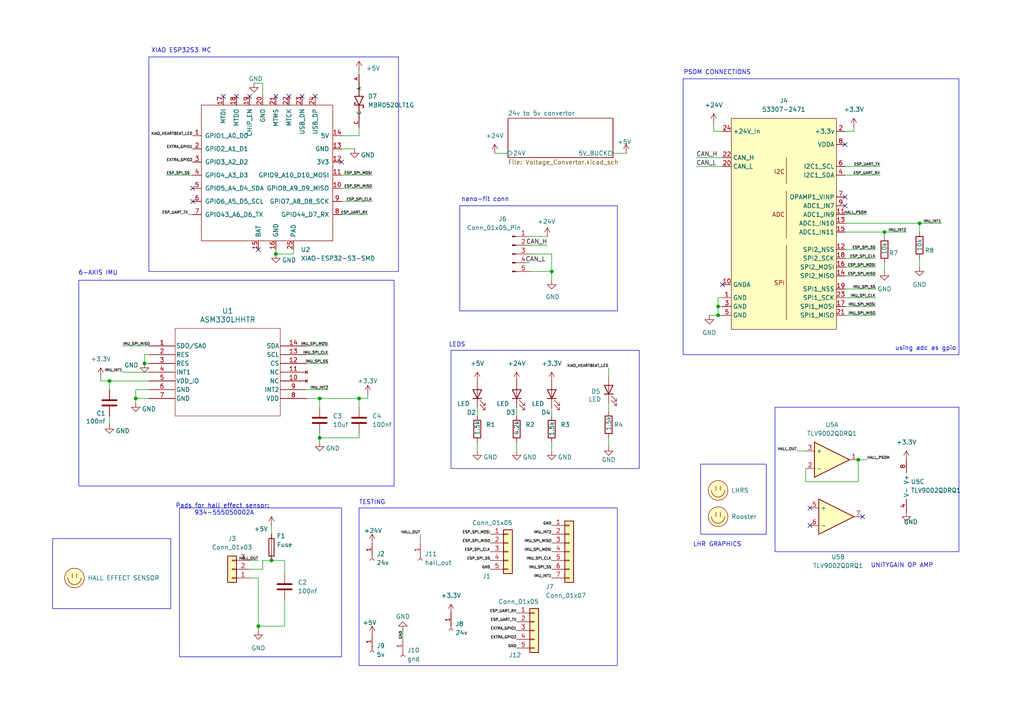
<source format=kicad_sch>
(kicad_sch (version 20250114) (generator "eeschema") (generator_version "9.0")
  (paper "A4")
  (title_block (title "Wheels Sensor Board") (date "2025-10-10"))
  (lib_symbols
    (symbol "AIMU-SM330LHHTR:ASM330LHHTR" (pin_names (offset 0.254))
      (property "Reference" "U" (at 22.86 10.16 0))
      (property "Value" "ASM330LHHTR" (at 22.86 7.62 0))
      (symbol "ASM330LHHTR_0_1"
        (polyline (pts (xy 7.62 5.08) (xy 7.62 -20.32)) (stroke (width 0.127)))
        (polyline (pts (xy 7.62 -20.32) (xy 38.1 -20.32)) (stroke (width 0.127)))
        (polyline (pts (xy 38.1 5.08) (xy 7.62 5.08)) (stroke (width 0.127)))
        (polyline (pts (xy 38.1 -20.32) (xy 38.1 5.08)) (stroke (width 0.127)))
        (pin bidirectional line (at 0 0 0) (length 7.62) (name "SDO/SA0") (number "1"))
        (pin unspecified line (at 0 -2.54 0) (length 7.62) (name "RES") (number "2"))
        (pin unspecified line (at 0 -5.08 0) (length 7.62) (name "RES") (number "3"))
        (pin input line (at 0 -7.62 0) (length 7.62) (name "INT1") (number "4"))
        (pin power_in line (at 0 -10.16 0) (length 7.62) (name "VDD_IO") (number "5"))
        (pin power_out line (at 0 -12.7 0) (length 7.62) (name "GND") (number "6"))
        (pin power_out line (at 0 -15.24 0) (length 7.62) (name "GND") (number "7"))
        (pin input line (at 45.72 0 180) (length 7.62) (name "SDA") (number "14"))
        (pin bidirectional line (at 45.72 -2.54 180) (length 7.62) (name "SCL") (number "13"))
        (pin input line (at 45.72 -5.08 180) (length 7.62) (name "CS") (number "12"))
        (pin no_connect line (at 45.72 -7.62 180) (length 7.62) (name "NC") (number "11"))
        (pin no_connect line (at 45.72 -10.16 180) (length 7.62) (name "NC") (number "10"))
        (pin input line (at 45.72 -12.7 180) (length 7.62) (name "INT2") (number "9"))
        (pin power_in line (at 45.72 -15.24 180) (length 7.62) (name "VDD") (number "8"))
      )
    )
    (symbol "Connector:Conn_01x01_Socket" (pin_names (offset 1.016) (hide yes))
      (property "Reference" "J" (at 0 2.54 0))
      (property "Value" "Conn_01x01_Socket" (at 0 -2.54 0))
      (symbol "Conn_01x01_Socket_1_1"
        (polyline (pts (xy -1.27 0) (xy -0.508 0)) (stroke (width 0.1524)))
        (arc (start 0 -0.508) (mid -0.5058 0) (end 0 0.508) (stroke (width 0.1524)))
        (pin passive line (at -5.08 0 0) (length 3.81) (name "Pin_1") (number "1"))
      )
    )
    (symbol "Connector:Conn_01x05_Pin" (pin_names (offset 1.016) (hide yes))
      (property "Reference" "J" (at 0 7.62 0))
      (property "Value" "Conn_01x05_Pin" (at 0 -7.62 0))
      (symbol "Conn_01x05_Pin_1_1"
        (rectangle (start 0.8636 5.207) (end 0 4.953) (stroke (width 0.1524)) (fill (type outline)))
        (rectangle (start 0.8636 2.667) (end 0 2.413) (stroke (width 0.1524)) (fill (type outline)))
        (rectangle (start 0.8636 0.127) (end 0 -0.127) (stroke (width 0.1524)) (fill (type outline)))
        (rectangle (start 0.8636 -2.413) (end 0 -2.667) (stroke (width 0.1524)) (fill (type outline)))
        (rectangle (start 0.8636 -4.953) (end 0 -5.207) (stroke (width 0.1524)) (fill (type outline)))
        (polyline (pts (xy 1.27 5.08) (xy 0.8636 5.08)) (stroke (width 0.1524)))
        (polyline (pts (xy 1.27 2.54) (xy 0.8636 2.54)) (stroke (width 0.1524)))
        (polyline (pts (xy 1.27 0) (xy 0.8636 0)) (stroke (width 0.1524)))
        (polyline (pts (xy 1.27 -2.54) (xy 0.8636 -2.54)) (stroke (width 0.1524)))
        (polyline (pts (xy 1.27 -5.08) (xy 0.8636 -5.08)) (stroke (width 0.1524)))
        (pin passive line (at 5.08 5.08 180) (length 3.81) (name "Pin_1") (number "1"))
        (pin passive line (at 5.08 2.54 180) (length 3.81) (name "Pin_2") (number "2"))
        (pin passive line (at 5.08 0 180) (length 3.81) (name "Pin_3") (number "3"))
        (pin passive line (at 5.08 -2.54 180) (length 3.81) (name "Pin_4") (number "4"))
        (pin passive line (at 5.08 -5.08 180) (length 3.81) (name "Pin_5") (number "5"))
      )
    )
    (symbol "Connector_Generic:Conn_01x03" (pin_names (offset 1.016) (hide yes))
      (property "Reference" "J" (at 0 5.08 0))
      (property "Value" "Conn_01x03" (at 0 -5.08 0))
      (symbol "Conn_01x03_1_1"
        (rectangle (start -1.27 3.81) (end 1.27 -3.81) (stroke (width 0.254)) (fill (type background)))
        (rectangle (start -1.27 2.667) (end 0 2.413) (stroke (width 0.1524)))
        (rectangle (start -1.27 0.127) (end 0 -0.127) (stroke (width 0.1524)))
        (rectangle (start -1.27 -2.413) (end 0 -2.667) (stroke (width 0.1524)))
        (pin passive line (at -5.08 2.54 0) (length 3.81) (name "Pin_1") (number "1"))
        (pin passive line (at -5.08 0 0) (length 3.81) (name "Pin_2") (number "2"))
        (pin passive line (at -5.08 -2.54 0) (length 3.81) (name "Pin_3") (number "3"))
      )
    )
    (symbol "Connector_Generic:Conn_01x05" (pin_names (offset 1.016) (hide yes))
      (property "Reference" "J" (at 0 7.62 0))
      (property "Value" "Conn_01x05" (at 0 -7.62 0))
      (symbol "Conn_01x05_1_1"
        (rectangle (start -1.27 6.35) (end 1.27 -6.35) (stroke (width 0.254)) (fill (type background)))
        (rectangle (start -1.27 5.207) (end 0 4.953) (stroke (width 0.1524)))
        (rectangle (start -1.27 2.667) (end 0 2.413) (stroke (width 0.1524)))
        (rectangle (start -1.27 0.127) (end 0 -0.127) (stroke (width 0.1524)))
        (rectangle (start -1.27 -2.413) (end 0 -2.667) (stroke (width 0.1524)))
        (rectangle (start -1.27 -4.953) (end 0 -5.207) (stroke (width 0.1524)))
        (pin passive line (at -5.08 5.08 0) (length 3.81) (name "Pin_1") (number "1"))
        (pin passive line (at -5.08 2.54 0) (length 3.81) (name "Pin_2") (number "2"))
        (pin passive line (at -5.08 0 0) (length 3.81) (name "Pin_3") (number "3"))
        (pin passive line (at -5.08 -2.54 0) (length 3.81) (name "Pin_4") (number "4"))
        (pin passive line (at -5.08 -5.08 0) (length 3.81) (name "Pin_5") (number "5"))
      )
    )
    (symbol "Connector_Generic:Conn_01x07" (pin_names (offset 1.016) (hide yes))
      (property "Reference" "J" (at 0 10.16 0))
      (property "Value" "Conn_01x07" (at 0 -10.16 0))
      (symbol "Conn_01x07_1_1"
        (rectangle (start -1.27 8.89) (end 1.27 -8.89) (stroke (width 0.254)) (fill (type background)))
        (rectangle (start -1.27 7.747) (end 0 7.493) (stroke (width 0.1524)))
        (rectangle (start -1.27 5.207) (end 0 4.953) (stroke (width 0.1524)))
        (rectangle (start -1.27 2.667) (end 0 2.413) (stroke (width 0.1524)))
        (rectangle (start -1.27 0.127) (end 0 -0.127) (stroke (width 0.1524)))
        (rectangle (start -1.27 -2.413) (end 0 -2.667) (stroke (width 0.1524)))
        (rectangle (start -1.27 -4.953) (end 0 -5.207) (stroke (width 0.1524)))
        (rectangle (start -1.27 -7.493) (end 0 -7.747) (stroke (width 0.1524)))
        (pin passive line (at -5.08 7.62 0) (length 3.81) (name "Pin_1") (number "1"))
        (pin passive line (at -5.08 5.08 0) (length 3.81) (name "Pin_2") (number "2"))
        (pin passive line (at -5.08 2.54 0) (length 3.81) (name "Pin_3") (number "3"))
        (pin passive line (at -5.08 0 0) (length 3.81) (name "Pin_4") (number "4"))
        (pin passive line (at -5.08 -2.54 0) (length 3.81) (name "Pin_5") (number "5"))
        (pin passive line (at -5.08 -5.08 0) (length 3.81) (name "Pin_6") (number "6"))
        (pin passive line (at -5.08 -7.62 0) (length 3.81) (name "Pin_7") (number "7"))
      )
    )
    (symbol "Device:C" (pin_numbers (hide yes)) (pin_names (offset 0.254))
      (property "Reference" "C" (at 0.635 2.54 0))
      (property "Value" "C" (at 0.635 -2.54 0))
      (symbol "C_0_1"
        (polyline (pts (xy -2.032 0.762) (xy 2.032 0.762)) (stroke (width 0.508)))
        (polyline (pts (xy -2.032 -0.762) (xy 2.032 -0.762)) (stroke (width 0.508)))
      )
      (symbol "C_1_1"
        (pin passive line (at 0 3.81 270) (length 2.794) (name "~") (number "1"))
        (pin passive line (at 0 -3.81 90) (length 2.794) (name "~") (number "2"))
      )
    )
    (symbol "Device:Fuse" (pin_numbers (hide yes)) (pin_names (offset 0))
      (property "Reference" "F" (at 2.032 0 90))
      (property "Value" "Fuse" (at -1.905 0 90))
      (symbol "Fuse_0_1"
        (rectangle (start -0.762 -2.54) (end 0.762 2.54) (stroke (width 0.254)))
        (polyline (pts (xy 0 2.54) (xy 0 -2.54)))
      )
      (symbol "Fuse_1_1"
        (pin passive line (at 0 3.81 270) (length 1.27) (name "~") (number "1"))
        (pin passive line (at 0 -3.81 90) (length 1.27) (name "~") (number "2"))
      )
    )
    (symbol "Device:LED" (pin_numbers (hide yes)) (pin_names (offset 1.016) (hide yes))
      (property "Reference" "D" (at 0 2.54 0))
      (property "Value" "LED" (at 0 -2.54 0))
      (symbol "LED_0_1"
        (polyline (pts (xy -3.048 -0.762) (xy -4.572 -2.286) (xy -3.81 -2.286) (xy -4.572 -2.286) (xy -4.572 -1.524)))
        (polyline (pts (xy -1.778 -0.762) (xy -3.302 -2.286) (xy -2.54 -2.286) (xy -3.302 -2.286) (xy -3.302 -1.524)))
        (polyline (pts (xy -1.27 0) (xy 1.27 0)))
        (polyline (pts (xy -1.27 -1.27) (xy -1.27 1.27)) (stroke (width 0.254)))
        (polyline (pts (xy 1.27 -1.27) (xy 1.27 1.27) (xy -1.27 0) (xy 1.27 -1.27)) (stroke (width 0.254)))
      )
      (symbol "LED_1_1"
        (pin passive line (at -3.81 0 0) (length 2.54) (name "K") (number "1"))
        (pin passive line (at 3.81 0 180) (length 2.54) (name "A") (number "2"))
      )
    )
    (symbol "Device:R" (pin_numbers (hide yes)) (pin_names (offset 0))
      (property "Reference" "R" (at 2.032 0 90))
      (property "Value" "R" (at 0 0 90))
      (symbol "R_0_1"
        (rectangle (start -1.016 -2.54) (end 1.016 2.54) (stroke (width 0.254)))
      )
      (symbol "R_1_1"
        (pin passive line (at 0 3.81 270) (length 1.27) (name "~") (number "1"))
        (pin passive line (at 0 -3.81 90) (length 1.27) (name "~") (number "2"))
      )
    )
    (symbol "MBR0520LT1G (diode):MBR0520LT1G" (pin_names (offset 1.016))
      (property "Reference" "D" (at -3.5571 1.9056 0))
      (property "Value" "MBR0520LT1G" (at -3.5607 -3.4335 0))
      (symbol "MBR0520LT1G_0_0"
        (polyline (pts (xy -5.08 0) (xy -1.27 0)) (stroke (width 0.254)))
        (polyline (pts (xy -1.27 1.27) (xy -1.27 -1.27)) (stroke (width 0.254)))
        (polyline (pts (xy -1.27 -1.27) (xy 1.27 0)) (stroke (width 0.254)))
        (polyline (pts (xy 0.635 -1.016) (xy 0.635 -1.27)) (stroke (width 0.254)))
        (polyline (pts (xy 1.27 1.27) (xy 1.27 -1.27)) (stroke (width 0.254)))
        (polyline (pts (xy 1.27 0) (xy -1.27 1.27)) (stroke (width 0.254)))
        (polyline (pts (xy 1.27 0) (xy 5.08 0)) (stroke (width 0.254)))
        (polyline (pts (xy 1.27 -1.27) (xy 0.635 -1.27)) (stroke (width 0.254)))
        (polyline (pts (xy 1.905 1.27) (xy 1.27 1.27)) (stroke (width 0.254)))
        (polyline (pts (xy 1.905 1.27) (xy 1.905 1.016)) (stroke (width 0.254)))
        (pin passive line (at -7.62 0 0) (length 2.54) (name "A") (number "A"))
        (pin passive line (at 7.62 0 180) (length 2.54) (name "C") (number "C"))
      )
    )
    (symbol "PeripheralSOMConnector_1"
      (property "Reference" "J" (at -14.732 -2.794 0))
      (property "Value" "53307-2471" (at 8.89 -2.794 0))
      (symbol "PeripheralSOMConnector_1_0_1"
        (polyline (pts (xy 0.762 -22.86) (xy 0.762 -15.24)))
        (polyline (pts (xy 0.762 -24.892) (xy 0.762 -38.608)))
        (polyline (pts (xy 0.762 -40.64) (xy 0.762 -62.23)))
      )
      (symbol "PeripheralSOMConnector_1_1_1"
        (rectangle (start -15.24 -3.81) (end 15.24 -65.024) (fill (type background)))
        (text "ADC" (at -1.524 -31.75 0) (effects (font (size 1.27 1.27))))
        (text "I2C" (at -1.27 -19.304 0) (effects (font (size 1.27 1.27))))
        (text "SPI" (at -1.27 -51.562 0) (effects (font (size 1.27 1.27))))
        (pin power_in line (at -17.78 -7.62 0) (length 2.54) (name "+24V_In") (number "24"))
        (pin bidirectional line (at -17.78 -15.24 0) (length 2.54) (name "CAN_H") (number "22"))
        (pin bidirectional line (at -17.78 -17.78 0) (length 2.54) (name "CAN_L") (number "20"))
        (pin no_connect line (at -17.78 -40.64 0) (length 2.54) (hide yes) (name "MNT") (number "25"))
        (pin no_connect line (at -17.78 -43.18 0) (length 2.54) (hide yes) (name "MNT") (number "26"))
        (pin no_connect line (at -17.78 -45.72 0) (length 2.54) (hide yes) (name "MNT") (number "27"))
        (pin no_connect line (at -17.78 -48.26 0) (length 2.54) (hide yes) (name "MNT") (number "28"))
        (pin power_out line (at -17.78 -52.07 0) (length 2.54) (name "GNDA") (number "10"))
        (pin power_in line (at -17.78 -55.88 0) (length 2.54) (name "GND") (number "1"))
        (pin power_in line (at -17.78 -58.42 0) (length 2.54) (name "GND") (number "3"))
        (pin power_in line (at -17.78 -60.96 0) (length 2.54) (name "GND") (number "5"))
        (pin power_out line (at 17.78 -7.62 180) (length 2.54) (name "+3.3v") (number "2"))
        (pin power_out line (at 17.78 -11.43 180) (length 2.54) (name "VDDA") (number "8"))
        (pin output line (at 17.78 -17.78 180) (length 2.54) (name "I2C1_SCL") (number "6"))
        (pin bidirectional line (at 17.78 -20.32 180) (length 2.54) (name "I2C1_SDA") (number "4"))
        (pin input line (at 17.78 -26.67 180) (length 2.54) (name "OPAMP1_VINP") (number "7"))
        (pin input line (at 17.78 -29.21 180) (length 2.54) (name "ADC1_IN7") (number "9"))
        (pin input line (at 17.78 -31.75 180) (length 2.54) (name "ADC1_IN9") (number "11"))
        (pin input line (at 17.78 -34.29 180) (length 2.54) (name "ADC1_IN10") (number "13"))
        (pin input line (at 17.78 -36.83 180) (length 2.54) (name "ADC1_IN11") (number "15"))
        (pin output line (at 17.78 -41.91 180) (length 2.54) (name "SPI2_NSS") (number "12"))
        (pin output line (at 17.78 -44.45 180) (length 2.54) (name "SPI2_SCK") (number "18"))
        (pin output line (at 17.78 -46.99 180) (length 2.54) (name "SPI2_MOSI") (number "16"))
        (pin input line (at 17.78 -49.53 180) (length 2.54) (name "SPI2_MISO") (number "14"))
        (pin output line (at 17.78 -53.34 180) (length 2.54) (name "SPI1_NSS") (number "19"))
        (pin output line (at 17.78 -55.88 180) (length 2.54) (name "SPI1_SCK") (number "23"))
        (pin output line (at 17.78 -58.42 180) (length 2.54) (name "SPI1_MOSI") (number "17"))
        (pin input line (at 17.78 -60.96 180) (length 2.54) (name "SPI1_MISO") (number "21"))
      )
    )
    (symbol "power:+24V" (power) (pin_numbers (hide yes)) (pin_names (offset 0) (hide yes))
      (property "Value" "+24V" (at 0 3.556 0))
      (symbol "+24V_0_1"
        (polyline (pts (xy -0.762 1.27) (xy 0 2.54)))
        (polyline (pts (xy 0 2.54) (xy 0.762 1.27)))
        (polyline (pts (xy 0 0) (xy 0 2.54)))
      )
      (symbol "+24V_1_1"
        (pin power_in line (at 0 0 90) (length 0) (name "~") (number "1"))
      )
    )
    (symbol "power:+3.3V" (power) (pin_numbers (hide yes)) (pin_names (offset 0) (hide yes))
      (property "Value" "+3.3V" (at 0 3.556 0))
      (symbol "+3.3V_0_1"
        (polyline (pts (xy -0.762 1.27) (xy 0 2.54)))
        (polyline (pts (xy 0 2.54) (xy 0.762 1.27)))
        (polyline (pts (xy 0 0) (xy 0 2.54)))
      )
      (symbol "+3.3V_1_1"
        (pin power_in line (at 0 0 90) (length 0) (name "~") (number "1"))
      )
    )
    (symbol "power:+5V" (power) (pin_numbers (hide yes)) (pin_names (offset 0) (hide yes))
      (property "Value" "+5V" (at 0 3.556 0))
      (symbol "+5V_0_1"
        (polyline (pts (xy -0.762 1.27) (xy 0 2.54)))
        (polyline (pts (xy 0 2.54) (xy 0.762 1.27)))
        (polyline (pts (xy 0 0) (xy 0 2.54)))
      )
      (symbol "+5V_1_1"
        (pin power_in line (at 0 0 90) (length 0) (name "~") (number "1"))
      )
    )
    (symbol "power:GND" (power) (pin_numbers (hide yes)) (pin_names (offset 0) (hide yes))
      (property "Value" "GND" (at 0 -3.81 0))
      (symbol "GND_0_1"
        (polyline (pts (xy 0 0) (xy 0 -1.27) (xy 1.27 -1.27) (xy 0 -2.54) (xy -1.27 -1.27) (xy 0 -1.27)))
      )
      (symbol "GND_1_1"
        (pin power_in line (at 0 0 270) (length 0) (name "~") (number "1"))
      )
    )
    (symbol "utsvt_misc:Logo_Placeholder" (pin_names (offset 1.016))
      (property "Value" "Dr. Hallock" (at 3.556 0 0))
      (symbol "Logo_Placeholder_0_1"
        (polyline (pts (xy -0.635 1.27) (xy -0.635 0)))
        (arc (start 1.905 0) (mid 0 -1.8967) (end -1.905 0))
        (circle (center 0 0) (radius 2.8448) (fill (type background)))
        (polyline (pts (xy 0.635 1.27) (xy 0.635 0)))
      )
    )
    (symbol "utsvt_misc:TLV9002QDRQ1"
      (property "Reference" "U" (at 0 5.08 0))
      (property "Value" "TLV9002QDRQ1" (at 0 -5.08 0))
      (symbol "TLV9002QDRQ1_1_1"
        (polyline (pts (xy -5.08 5.08) (xy 5.08 0) (xy -5.08 -5.08) (xy -5.08 5.08)) (stroke (width 0.254)) (fill (type background)))
        (pin input line (at -7.62 2.54 0) (length 2.54) (name "+") (number "3"))
        (pin input line (at -7.62 -2.54 0) (length 2.54) (name "-") (number "2"))
        (pin output line (at 7.62 0 180) (length 2.54) (name "~") (number "1"))
      )
      (symbol "TLV9002QDRQ1_2_1"
        (polyline (pts (xy -5.08 5.08) (xy 5.08 0) (xy -5.08 -5.08) (xy -5.08 5.08)) (stroke (width 0.254)) (fill (type background)))
        (pin input line (at -7.62 2.54 0) (length 2.54) (name "+") (number "5"))
        (pin input line (at -7.62 -2.54 0) (length 2.54) (name "-") (number "6"))
        (pin output line (at 7.62 0 180) (length 2.54) (name "~") (number "7"))
      )
      (symbol "TLV9002QDRQ1_3_1"
        (pin power_in line (at -2.54 7.62 270) (length 3.81) (name "V+") (number "8"))
        (pin power_in line (at -2.54 -7.62 90) (length 3.81) (name "V-") (number "4"))
      )
    )
    (symbol "xiao-esp32s3-smd:XIAO-ESP32-S3-SMD" (pin_names (offset 1.016))
      (property "Reference" "U" (at -18.542 23.114 0))
      (property "Value" "XIAO-ESP32-S3-SMD" (at -8.382 21.336 0))
      (symbol "XIAO-ESP32-S3-SMD_0_1"
        (rectangle (start 19.05 -19.05) (end -19.05 20.32))
      )
      (symbol "XIAO-ESP32-S3-SMD_1_1"
        (pin passive line (at -21.59 11.43 0) (length 2.54) (name "GPIO1_A0_D0") (number "1"))
        (pin passive line (at -21.59 7.62 0) (length 2.54) (name "GPIO2_A1_D1") (number "2"))
        (pin passive line (at -21.59 3.81 0) (length 2.54) (name "GPIO3_A2_D2") (number "3"))
        (pin passive line (at -21.59 0 0) (length 2.54) (name "GPIO4_A3_D3") (number "4"))
        (pin passive line (at -21.59 -3.81 0) (length 2.54) (name "GPIO5_A4_D4_SDA") (number "5"))
        (pin passive line (at -21.59 -7.62 0) (length 2.54) (name "GPIO6_A5_D5_SCL") (number "6"))
        (pin passive line (at -21.59 -11.43 0) (length 2.54) (name "GPIO43_A6_D6_TX") (number "7"))
        (pin passive line (at -12.7 22.86 270) (length 2.54) (name "MTDI") (number "17"))
        (pin passive line (at -8.89 22.86 270) (length 2.54) (name "MTDO") (number "18"))
        (pin passive line (at -5.08 22.86 270) (length 2.54) (name "CHIP_EN") (number "19"))
        (pin passive line (at -2.54 -21.59 90) (length 2.54) (name "BAT") (number "15"))
        (pin passive line (at -1.27 22.86 270) (length 2.54) (name "GND") (number "20"))
        (pin passive line (at 2.54 22.86 270) (length 2.54) (name "MTMS") (number "21"))
        (pin passive line (at 2.54 -21.59 90) (length 2.54) (name "GND") (number "16"))
        (pin passive line (at 6.35 22.86 270) (length 2.54) (name "MTCK") (number "22"))
        (pin passive line (at 7.62 -21.59 90) (length 2.54) (name "PAD") (number "25"))
        (pin passive line (at 10.16 22.86 270) (length 2.54) (name "USB_DN") (number "23"))
        (pin passive line (at 13.97 22.86 270) (length 2.54) (name "USB_DP") (number "24"))
        (pin passive line (at 21.59 11.43 180) (length 2.54) (name "5V") (number "14"))
        (pin passive line (at 21.59 7.62 180) (length 2.54) (name "GND") (number "13"))
        (pin passive line (at 21.59 3.81 180) (length 2.54) (name "3V3") (number "12"))
        (pin passive line (at 21.59 0 180) (length 2.54) (name "GPIO9_A10_D10_MOSI") (number "11"))
        (pin passive line (at 21.59 -3.81 180) (length 2.54) (name "GPIO8_A9_D9_MISO") (number "10"))
        (pin passive line (at 21.59 -7.62 180) (length 2.54) (name "GPIO7_A8_D8_SCK") (number "9"))
        (pin passive line (at 21.59 -11.43 180) (length 2.54) (name "GPIO44_D7_RX") (number "8"))
      )
    )
  )
  (rectangle (start 133.35 59.69) (end 179.07 90.17))
  (rectangle (start 130.81 101.6) (end 185.42 135.89))
  (rectangle (start 22.86 81.28) (end 114.3 140.97))
  (rectangle (start 104.14 147.32) (end 179.07 193.04))
  (rectangle (start 52.07 147.32) (end 99.06 190.5))
  (rectangle (start 203.2 134.62) (end 222.25 154.94))
  (rectangle (start 224.79 118.11) (end 278.13 160.02))
  (rectangle (start 198.12 22.86) (end 278.13 102.87))
  (rectangle (start 43.18 16.51) (end 115.57 78.74))
  (rectangle (start 15.24 156.21) (end 49.53 176.53))
  (text "LEDS\n" (at 132.588 100.076 0) (effects (font (size 1.27 1.27))))
  (text "UNITYGAIN OP AMP\n" (at 261.62 164.084 0) (effects (font (size 1.27 1.27))))
  (text "nano-fit conn" (at 140.716 57.912 0) (effects (font (size 1.27 1.27))))
  (text "Pads for hall effect sensor: \n934-555050002A\n" (at 65.024 147.828 0) (effects (font (size 1.27 1.27))))
  (text "LHR GRAPHICS" (at 208.026 157.988 0) (effects (font (size 1.27 1.27))))
  (text "XIAO ESP32S3 MC" (at 52.578 14.732 0) (effects (font (size 1.27 1.27))))
  (text "PSOM CONNECTIONS" (at 208.026 21.082 0) (effects (font (size 1.27 1.27))))
  (text "6-AXIS IMU" (at 28.448 79.248 0) (effects (font (size 1.27 1.27))))
  (text "TESTING" (at 107.95 145.796 0) (effects (font (size 1.27 1.27))))
  (text "using adc as gpio" (at 268.478 101.092 0) (effects (font (size 1.27 1.27))))
  (junction (at 78.74 162.56))
  (junction (at 256.54 67.31))
  (junction (at 92.71 127))
  (junction (at 208.28 91.44))
  (junction (at 266.7 64.77))
  (junction (at 208.28 88.9))
  (junction (at 39.37 115.57))
  (junction (at 104.14 115.57))
  (junction (at 92.71 115.57))
  (junction (at 80.01 73.66))
  (junction (at 160.02 78.74))
  (junction (at 31.75 110.49))
  (junction (at 41.91 105.41))
  (junction (at 74.93 181.61))
  (junction (at 248.92 133.35))
  (no_connect (at 99.06 46.99))
  (no_connect (at 250.19 149.86))
  (no_connect (at 234.95 152.4))
  (no_connect (at 209.55 82.55))
  (no_connect (at 87.63 27.94))
  (no_connect (at 83.82 27.94))
  (no_connect (at 245.11 59.69))
  (no_connect (at 234.95 147.32))
  (no_connect (at 91.44 27.94))
  (no_connect (at 55.88 54.61))
  (no_connect (at 55.88 58.42))
  (no_connect (at 64.77 27.94))
  (no_connect (at 68.58 27.94))
  (no_connect (at 80.01 27.94))
  (no_connect (at 74.93 72.39))
  (no_connect (at 245.11 41.91))
  (no_connect (at 245.11 57.15))
  (no_connect (at 72.39 27.94))
  (wire (pts (xy 245.11 38.1) (xy 247.65 38.1)))
  (wire (pts (xy 256.54 67.31) (xy 256.54 68.58)))
  (wire (pts (xy 80.01 72.39) (xy 80.01 73.66)))
  (wire (pts (xy 92.71 115.57) (xy 104.14 115.57)))
  (wire (pts (xy 35.56 107.95) (xy 43.18 107.95)))
  (wire (pts (xy 152.4 76.2) (xy 153.67 76.2)))
  (wire (pts (xy 31.75 110.49) (xy 29.21 110.49)))
  (wire (pts (xy 74.93 167.64) (xy 74.93 181.61)))
  (wire (pts (xy 207.01 38.1) (xy 209.55 38.1)))
  (wire (pts (xy 43.18 113.03) (xy 39.37 113.03)))
  (wire (pts (xy 245.11 91.44) (xy 254 91.44)))
  (wire (pts (xy 104.14 127) (xy 92.71 127)))
  (wire (pts (xy 31.75 110.49) (xy 31.75 113.03)))
  (wire (pts (xy 88.9 100.33) (xy 95.25 100.33)))
  (wire (pts (xy 138.43 128.27) (xy 138.43 130.81)))
  (wire (pts (xy 72.39 162.56) (xy 74.93 162.56)))
  (wire (pts (xy 74.93 181.61) (xy 74.93 182.88)))
  (wire (pts (xy 78.74 162.56) (xy 82.55 162.56)))
  (wire (pts (xy 208.28 88.9) (xy 208.28 91.44)))
  (wire (pts (xy 233.68 135.89) (xy 233.68 139.7)))
  (wire (pts (xy 78.74 152.4) (xy 78.74 154.94)))
  (wire (pts (xy 201.93 48.26) (xy 209.55 48.26)))
  (wire (pts (xy 153.67 78.74) (xy 160.02 78.74)))
  (wire (pts (xy 76.2 162.56) (xy 78.74 162.56)))
  (wire (pts (xy 245.11 88.9) (xy 254 88.9)))
  (wire (pts (xy 153.67 71.12) (xy 158.75 71.12)))
  (wire (pts (xy 160.02 118.11) (xy 160.02 120.65)))
  (wire (pts (xy 99.06 62.23) (xy 106.68 62.23)))
  (wire (pts (xy 29.21 110.49) (xy 29.21 109.22)))
  (wire (pts (xy 207.01 35.56) (xy 207.01 38.1)))
  (wire (pts (xy 106.68 115.57) (xy 106.68 114.3)))
  (wire (pts (xy 208.28 91.44) (xy 209.55 91.44)))
  (wire (pts (xy 160.02 73.66) (xy 153.67 73.66)))
  (wire (pts (xy 176.53 106.68) (xy 176.53 109.22)))
  (wire (pts (xy 31.75 120.65) (xy 31.75 123.19)))
  (wire (pts (xy 76.2 165.1) (xy 76.2 162.56)))
  (wire (pts (xy 88.9 102.87) (xy 95.25 102.87)))
  (wire (pts (xy 208.28 88.9) (xy 209.55 88.9)))
  (wire (pts (xy 121.92 154.94) (xy 121.92 157.48)))
  (wire (pts (xy 160.02 78.74) (xy 160.02 73.66)))
  (wire (pts (xy 88.9 115.57) (xy 92.71 115.57)))
  (wire (pts (xy 245.11 48.26) (xy 255.27 48.26)))
  (wire (pts (xy 48.26 50.8) (xy 55.88 50.8)))
  (wire (pts (xy 266.7 64.77) (xy 273.05 64.77)))
  (wire (pts (xy 39.37 113.03) (xy 39.37 115.57)))
  (wire (pts (xy 176.53 127) (xy 176.53 129.54)))
  (wire (pts (xy 92.71 115.57) (xy 92.71 118.11)))
  (wire (pts (xy 245.11 74.93) (xy 254 74.93)))
  (wire (pts (xy 160.02 128.27) (xy 160.02 130.81)))
  (wire (pts (xy 149.86 128.27) (xy 149.86 130.81)))
  (wire (pts (xy 256.54 67.31) (xy 262.89 67.31)))
  (wire (pts (xy 231.14 130.81) (xy 233.68 130.81)))
  (wire (pts (xy 82.55 162.56) (xy 82.55 166.37)))
  (wire (pts (xy 72.39 167.64) (xy 74.93 167.64)))
  (wire (pts (xy 82.55 181.61) (xy 74.93 181.61)))
  (wire (pts (xy 245.11 50.8) (xy 255.27 50.8)))
  (wire (pts (xy 149.86 118.11) (xy 149.86 120.65)))
  (wire (pts (xy 266.7 74.93) (xy 266.7 77.47)))
  (wire (pts (xy 99.06 50.8) (xy 107.95 50.8)))
  (wire (pts (xy 208.28 86.36) (xy 208.28 88.9)))
  (wire (pts (xy 256.54 76.2) (xy 256.54 78.74)))
  (wire (pts (xy 99.06 39.37) (xy 104.14 39.37)))
  (wire (pts (xy 205.74 91.44) (xy 208.28 91.44)))
  (wire (pts (xy 248.92 133.35) (xy 251.46 133.35)))
  (wire (pts (xy 153.67 68.58) (xy 158.75 68.58)))
  (wire (pts (xy 92.71 127) (xy 92.71 128.27)))
  (wire (pts (xy 73.66 24.13) (xy 76.2 24.13)))
  (wire (pts (xy 92.71 125.73) (xy 92.71 127)))
  (wire (pts (xy 104.14 20.32) (xy 104.14 21.59)))
  (wire (pts (xy 85.09 72.39) (xy 85.09 73.66)))
  (wire (pts (xy 104.14 125.73) (xy 104.14 127)))
  (wire (pts (xy 143.51 44.45) (xy 147.32 44.45)))
  (wire (pts (xy 54.61 62.23) (xy 55.88 62.23)))
  (wire (pts (xy 245.11 67.31) (xy 256.54 67.31)))
  (wire (pts (xy 248.92 133.35) (xy 248.92 139.7)))
  (wire (pts (xy 247.65 38.1) (xy 247.65 36.83)))
  (wire (pts (xy 104.14 118.11) (xy 104.14 115.57)))
  (wire (pts (xy 41.91 105.41) (xy 43.18 105.41)))
  (wire (pts (xy 138.43 118.11) (xy 138.43 120.65)))
  (wire (pts (xy 104.14 115.57) (xy 106.68 115.57)))
  (wire (pts (xy 245.11 64.77) (xy 266.7 64.77)))
  (wire (pts (xy 43.18 110.49) (xy 31.75 110.49)))
  (wire (pts (xy 35.56 100.33) (xy 43.18 100.33)))
  (wire (pts (xy 245.11 72.39) (xy 254 72.39)))
  (wire (pts (xy 88.9 113.03) (xy 95.25 113.03)))
  (wire (pts (xy 116.84 182.88) (xy 116.84 185.42)))
  (wire (pts (xy 209.55 86.36) (xy 208.28 86.36)))
  (wire (pts (xy 39.37 115.57) (xy 39.37 116.84)))
  (wire (pts (xy 41.91 102.87) (xy 41.91 105.41)))
  (wire (pts (xy 245.11 86.36) (xy 254 86.36)))
  (wire (pts (xy 176.53 116.84) (xy 176.53 119.38)))
  (wire (pts (xy 39.37 115.57) (xy 43.18 115.57)))
  (wire (pts (xy 76.2 24.13) (xy 76.2 27.94)))
  (wire (pts (xy 85.09 73.66) (xy 80.01 73.66)))
  (wire (pts (xy 233.68 139.7) (xy 248.92 139.7)))
  (wire (pts (xy 99.06 54.61) (xy 107.95 54.61)))
  (wire (pts (xy 160.02 81.28) (xy 160.02 78.74)))
  (wire (pts (xy 72.39 165.1) (xy 76.2 165.1)))
  (wire (pts (xy 177.8 44.45) (xy 181.61 44.45)))
  (wire (pts (xy 245.11 77.47) (xy 254 77.47)))
  (wire (pts (xy 104.14 36.83) (xy 104.14 39.37)))
  (wire (pts (xy 43.18 102.87) (xy 41.91 102.87)))
  (wire (pts (xy 82.55 173.99) (xy 82.55 181.61)))
  (wire (pts (xy 245.11 80.01) (xy 254 80.01)))
  (wire (pts (xy 99.06 43.18) (xy 102.87 43.18)))
  (wire (pts (xy 95.25 105.41) (xy 88.9 105.41)))
  (wire (pts (xy 245.11 62.23) (xy 251.46 62.23)))
  (wire (pts (xy 245.11 83.82) (xy 254 83.82)))
  (wire (pts (xy 99.06 58.42) (xy 107.95 58.42)))
  (wire (pts (xy 201.93 45.72) (xy 209.55 45.72)))
  (wire (pts (xy 266.7 64.77) (xy 266.7 67.31)))
  (label "IMU_SPI_MOSI" (at 95.25 100.33 180) (effects (font (size 0.762 0.762))))
  (label "ESP_SPI_MOSI" (at 254 77.47 180) (effects (font (size 0.762 0.762))))
  (label "ESP_SPI_MOSI" (at 107.95 50.8 180) (effects (font (size 0.762 0.762))))
  (label "IMU_SPI_MOSI" (at 254 88.9 180) (effects (font (size 0.762 0.762))))
  (label "CAN_L" (at 201.93 48.26 0))
  (label "IMU_SPI_MISO" (at 35.56 100.33 0) (effects (font (size 0.762 0.762))))
  (label "EXTRA_GPIO1" (at 149.86 182.88 180) (effects (font (size 0.762 0.762))))
  (label "GND" (at 142.24 165.1 180) (effects (font (size 0.762 0.762))))
  (label "ESP_SPI_SS" (at 254 72.39 180) (effects (font (size 0.762 0.762))))
  (label "IMU_INT2" (at 160.02 154.94 180) (effects (font (size 0.762 0.762))))
  (label "IMU_SPI_CLK" (at 254 86.36 180) (effects (font (size 0.762 0.762))))
  (label "ESP_UART_TX" (at 149.86 180.34 180) (effects (font (size 0.762 0.762))))
  (label "EXTRA_GPIO2" (at 55.88 46.99 180) (effects (font (size 0.762 0.762))))
  (label "CAN_H" (at 201.93 45.72 0))
  (label "ESP_SPI_MISO" (at 107.95 54.61 180) (effects (font (size 0.762 0.762))))
  (label "ESP_UART_TX" (at 255.27 48.26 180) (effects (font (size 0.762 0.762))))
  (label "HALL_OUT" (at 231.14 130.81 180) (effects (font (size 0.762 0.762))))
  (label "IMU_SPI_MISO" (at 160.02 157.48 180) (effects (font (size 0.762 0.762))))
  (label "ESP_UART_RX" (at 255.27 50.8 180) (effects (font (size 0.762 0.762))))
  (label "IMU_INT1" (at 35.56 107.95 180) (effects (font (size 0.762 0.762))))
  (label "ESP_UART_TX" (at 54.61 62.23 180) (effects (font (size 0.762 0.762))))
  (label "ESP_SPI_SS" (at 142.24 162.56 180) (effects (font (size 0.762 0.762))))
  (label "HALL_OUT" (at 74.93 162.56 180) (effects (font (size 0.762 0.762))))
  (label "IMU_INT2" (at 262.89 67.31 180) (effects (font (size 0.762 0.762))))
  (label "ESP_SPI_MISO" (at 142.24 157.48 180) (effects (font (size 0.762 0.762))))
  (label "IMU_SPI_MOSI" (at 160.02 160.02 180) (effects (font (size 0.762 0.762))))
  (label "ESP_SPI_MOSI" (at 142.24 154.94 180) (effects (font (size 0.762 0.762))))
  (label "IMU_INT1" (at 160.02 167.64 180) (effects (font (size 0.762 0.762))))
  (label "EXTRA_GPIO1" (at 55.88 43.18 180) (effects (font (size 0.762 0.762))))
  (label "HALL_OUT" (at 121.92 154.94 180) (effects (font (size 0.762 0.762))))
  (label "ESP_SPI_SS" (at 48.26 50.8 0) (effects (font (size 0.762 0.762))))
  (label "IMU_SPI_CLK" (at 95.25 102.87 180) (effects (font (size 0.762 0.762))))
  (label "IMU_SPI_SS" (at 254 83.82 180) (effects (font (size 0.762 0.762))))
  (label "ESP_SPI_CLK" (at 142.24 160.02 180) (effects (font (size 0.762 0.762))))
  (label "IMU_SPI_SS" (at 160.02 165.1 180) (effects (font (size 0.762 0.762))))
  (label "CAN_L" (at 152.4 76.2 0))
  (label "ESP_UART_RX" (at 106.68 62.23 180) (effects (font (size 0.762 0.762))))
  (label "HALL_PSOM" (at 251.46 133.35 0) (effects (font (size 0.762 0.762))))
  (label "ESP_UART_RX" (at 149.86 177.8 180) (effects (font (size 0.762 0.762))))
  (label "ESP_SPI_CLK" (at 107.95 58.42 180) (effects (font (size 0.762 0.762))))
  (label "GND" (at 116.84 182.88 270) (effects (font (size 0.762 0.762))))
  (label "XIAO_HEARTBEAT_LED" (at 55.88 39.37 180) (effects (font (size 0.762 0.762))))
  (label "IMU_SPI_CLK" (at 160.02 162.56 180) (effects (font (size 0.762 0.762))))
  (label "ESP_SPI_CLK" (at 254 74.93 180) (effects (font (size 0.762 0.762))))
  (label "ESP_SPI_MISO" (at 254 80.01 180) (effects (font (size 0.762 0.762))))
  (label "IMU_INT1" (at 273.05 64.77 180) (effects (font (size 0.762 0.762))))
  (label "XIAO_HEARTBEAT_LED" (at 176.53 106.68 180) (effects (font (size 0.762 0.762))))
  (label "IMU_SPI_MISO" (at 254 91.44 180) (effects (font (size 0.762 0.762))))
  (label "EXTRA_GPIO2" (at 149.86 185.42 180) (effects (font (size 0.762 0.762))))
  (label "GND" (at 149.86 187.96 180) (effects (font (size 0.762 0.762))))
  (label "IMU_INT2" (at 95.25 113.03 180) (effects (font (size 0.762 0.762))))
  (label "GND" (at 160.02 152.4 180) (effects (font (size 0.762 0.762))))
  (label "HALL_PSOM" (at 251.46 62.23 180) (effects (font (size 0.762 0.762))))
  (label "CAN_H" (at 158.75 71.12 180))
  (label "IMU_SPI_SS" (at 95.25 105.41 180) (effects (font (size 0.762 0.762))))
  (symbol (lib_id "power:GND") (at 262.89 148.59 0) (unit 1)
    (property "Reference" "#PWR013" (effects (hide yes)))
    (property "Value" "GND" (at 264.16 151.384 0))
    (property "Description" "Power symbol creates a global label with name \"GND\" , ground" (effects (hide yes)))
  )
  (symbol (lib_id "Connector_Generic:Conn_01x03") (at 67.31 165.1 180) (unit 1)
    (property "Reference" "J3" (at 67.31 156.21 0))
    (property "Value" "Conn_01x03" (at 67.31 158.75 0))
    (property "Footprint" "Connector_PinHeader_2.54mm:PinHeader_1x03_P2.54mm_Horizontal" (effects (hide yes)))
    (property "Description" "Generic connector, single row, 01x03, script generated (kicad-library-utils/schlib/autogen/connector/)" (effects (hide yes)))
  )
  (symbol (lib_id "power:+3.3V") (at 130.81 177.8 0) (unit 1)
    (property "Reference" "#PWR014" (effects (hide yes)))
    (property "Value" "+3.3V" (at 130.81 172.72 0))
    (property "Description" "Power symbol creates a global label with name \"+3.3V\"" (effects (hide yes)))
  )
  (symbol (lib_id "power:GND") (at 74.93 182.88 0) (unit 1)
    (property "Reference" "#PWR06" (effects (hide yes)))
    (property "Value" "GND" (at 74.93 187.96 0))
    (property "Description" "Power symbol creates a global label with name \"GND\" , ground" (effects (hide yes)))
  )
  (symbol (lib_id "Device:C") (at 82.55 170.18 0) (unit 1)
    (property "Reference" "C2" (at 86.36 168.9099 0) (effects (justify left)))
    (property "Value" "100nf" (at 86.36 171.4499 0) (effects (justify left)))
    (property "Footprint" "Capacitor_SMD:C_0603_1608Metric_Pad1.08x0.95mm_HandSolder" (effects (hide yes)))
    (property "Description" "Unpolarized capacitor 100nf" (effects (hide yes)))
    (property "P/N" "MLASH168SB7104KTNA01" (effects (hide yes)))
  )
  (symbol (lib_id "power:+3.3V") (at 107.95 157.48 0) (unit 1)
    (property "Reference" "#PWR039" (effects (hide yes)))
    (property "Value" "+24V" (at 108.204 153.924 0))
    (property "Description" "Power symbol creates a global label with name \"+3.3V\"" (effects (hide yes)))
  )
  (symbol (lib_id "power:GND") (at 176.53 129.54 0) (unit 1)
    (property "Reference" "#PWR025" (effects (hide yes)))
    (property "Value" "GND" (at 176.53 133.35 0))
    (property "Description" "Power symbol creates a global label with name \"GND\" , ground" (effects (hide yes)))
  )
  (symbol (lib_id "power:+24V") (at 207.01 35.56 0) (unit 1)
    (property "Reference" "#PWR028" (effects (hide yes)))
    (property "Value" "+24V" (at 207.01 30.48 0))
    (property "Description" "Power symbol creates a global label with name \"+24V\"" (effects (hide yes)))
  )
  (symbol (lib_id "power:GND") (at 80.01 73.66 0) (unit 1)
    (property "Reference" "#PWR08" (effects (hide yes)))
    (property "Value" "GND" (at 83.82 75.438 0))
    (property "Description" "Power symbol creates a global label with name \"GND\" , ground" (effects (hide yes)))
  )
  (symbol (lib_id "utsvt_misc:TLV9002QDRQ1") (at 242.57 149.86 0) (unit 2)
    (property "Reference" "U5" (at 243.078 161.544 0))
    (property "Value" "TLV9002QDRQ1" (at 243.078 164.084 0))
    (property "Footprint" "Package_SO:SOIC-8_3.9x4.9mm_P1.27mm" (effects (hide yes)))
    (property "Datasheet" "kicad-embed://tlv9002-q1.pdf" (effects (hide yes)))
    (property "P/N" "TLV9002QDRQ1" (effects (hide yes)))
    (property "Mouser P/N" "595-TLV9002QDRQ1" (effects (hide yes)))
    (property "Digikey P/N" "296-TLV9002QDRQ1CT-ND" (effects (hide yes)))
    (property "JLC P/N" "C2860922" (effects (hide yes)))
  )
  (symbol (lib_id "Device:C") (at 104.14 121.92 0) (unit 1)
    (property "Reference" "C4" (at 107.95 120.6499 0) (effects (justify left)))
    (property "Value" "100nf" (at 107.95 123.1899 0) (effects (justify left)))
    (property "Footprint" "Capacitor_SMD:C_0603_1608Metric_Pad1.08x0.95mm_HandSolder" (effects (hide yes)))
    (property "Description" "Unpolarized capacitor 100nf" (effects (hide yes)))
    (property "P/N" "MLASH168SB7104KTNA01" (effects (hide yes)))
  )
  (symbol (lib_id "Device:R") (at 160.02 124.46 0) (unit 1)
    (property "Reference" "R3" (at 162.56 123.1899 0) (effects (justify left)))
    (property "Value" "1.5k" (at 160.02 126.492 90) (effects (justify left)))
    (property "Footprint" "Resistor_SMD:R_0603_1608Metric_Pad0.98x0.95mm_HandSolder" (effects (hide yes)))
    (property "Description" "Resistor 1.5k" (effects (hide yes)))
    (property "P/N" "CRCW06032K00FKEA" (effects (hide yes)))
  )
  (symbol (lib_id "xiao-esp32s3-smd:XIAO-ESP32-S3-SMD") (at 77.47 50.8 0) (unit 1)
    (property "Reference" "U2" (at 87.2333 72.39 0) (effects (justify left)))
    (property "Value" "XIAO-ESP32-S3-SMD" (at 87.2333 74.93 0) (effects (justify left)))
    (property "Footprint" "XIAO-ESP32S3:XIAO-ESP32S3-DIP" (effects (hide yes)))
    (property "Datasheet" "https://wiki.seeedstudio.com/xiao_esp32s3_getting_started/" (effects (hide yes)))
    (property "Description" "XIAO Esp32s3" (effects (hide yes)))
    (property "P/N" "113991114 " (effects (hide yes)))
  )
  (symbol (lib_id "utsvt_misc:Logo_Placeholder") (at 21.59 167.64 0) (unit 1)
    (property "Reference" "LOGO3" (effects (hide yes)))
    (property "Value" "HALL EFFECT SENSOR" (at 25.4 167.6399 0) (effects (justify left)))
    (property "Description" "Hall Effect Sensor" (effects (hide yes)))
    (property "P/N" "55505-00-02-A" (effects (hide yes)))
  )
  (symbol (lib_id "power:+3.3V") (at 106.68 114.3 0) (unit 1)
    (property "Reference" "#PWR012" (effects (hide yes)))
    (property "Value" "+3.3V" (at 103.632 110.49 0) (effects (justify left)))
    (property "Description" "Power symbol creates a global label with name \"+3.3V\"" (effects (hide yes)))
  )
  (symbol (lib_id "utsvt_misc:TLV9002QDRQ1") (at 265.43 140.97 0) (unit 3)
    (property "Reference" "U5" (at 264.16 139.6999 0) (effects (justify left)))
    (property "Value" "TLV9002QDRQ1" (at 264.16 142.2399 0) (effects (justify left)))
    (property "Footprint" "Package_SO:SOIC-8_3.9x4.9mm_P1.27mm" (effects (hide yes)))
    (property "Datasheet" "kicad-embed://tlv9002-q1.pdf" (effects (hide yes)))
    (property "P/N" "TLV9002QDRQ1" (effects (hide yes)))
    (property "Mouser P/N" "595-TLV9002QDRQ1" (effects (hide yes)))
    (property "Digikey P/N" "296-TLV9002QDRQ1CT-ND" (effects (hide yes)))
    (property "JLC P/N" "C2860922" (effects (hide yes)))
  )
  (symbol (lib_id "power:GND") (at 138.43 130.81 0) (unit 1)
    (property "Reference" "#PWR016" (effects (hide yes)))
    (property "Value" "GND" (at 142.24 132.588 0))
    (property "Description" "Power symbol creates a global label with name \"GND\" , ground" (effects (hide yes)))
  )
  (symbol (lib_id "power:+24V") (at 158.75 68.58 0) (unit 1)
    (property "Reference" "#PWR019" (effects (hide yes)))
    (property "Value" "+24V" (at 158.496 64.262 0))
    (property "Description" "Power symbol creates a global label with name \"+24V\"" (effects (hide yes)))
  )
  (symbol (lib_id "Connector:Conn_01x01_Socket") (at 121.92 162.56 270) (unit 1)
    (property "Reference" "J11" (at 123.19 160.6549 90) (effects (justify left)))
    (property "Value" "hall_out" (at 123.19 163.1949 90) (effects (justify left)))
    (property "Footprint" "Connector_PinHeader_2.54mm:PinHeader_1x01_P2.54mm_Vertical" (effects (hide yes)))
    (property "Description" "Generic connector, single row, 01x01, script generated" (effects (hide yes)))
  )
  (symbol (lib_id "Device:LED") (at 149.86 114.3 90) (unit 1)
    (property "Reference" "D3" (at 146.812 119.634 90) (effects (justify right)))
    (property "Value" "LED" (at 144.018 117.094 90) (effects (justify right)))
    (property "Footprint" "LED_SMD:LED_0603_1608Metric_Pad1.05x0.95mm_HandSolder" (effects (hide yes)))
    (property "Description" "Light emitting diode" (effects (hide yes)))
    (property "Sim.Pins" "1=K 2=A" (effects (hide yes)))
    (property "P/N" "LTST-C193TBKT-5A" (effects (hide yes)))
  )
  (symbol (lib_id "MBR0520LT1G (diode):MBR0520LT1G") (at 104.14 29.21 270) (unit 1)
    (property "Reference" "D7" (at 106.68 27.9399 90) (effects (justify left)))
    (property "Value" "MBR0520LT1G" (at 106.68 30.4799 90) (effects (justify left)))
    (property "Footprint" "diode:SOD3716X135N" (effects (hide yes)))
    (property "Description" "Schottky diode" (effects (hide yes)))
    (property "MANUFACTURER" "ON Semiconductor" (effects (hide yes)))
    (property "P/N" "MBR0520LT1G " (effects (hide yes)))
  )
  (symbol (lib_id "power:+5V") (at 181.61 44.45 0) (unit 1)
    (property "Reference" "#PWR026" (effects (hide yes)))
    (property "Value" "+5V" (at 181.102 41.148 0))
    (property "Description" "Power symbol creates a global label with name \"+5V\"" (effects (hide yes)))
  )
  (symbol (lib_id "Device:LED") (at 176.53 113.03 90) (unit 1)
    (property "Reference" "D5" (at 171.45 113.538 90) (effects (justify right)))
    (property "Value" "LED" (at 170.688 115.824 90) (effects (justify right)))
    (property "Footprint" "LED_SMD:LED_0603_1608Metric_Pad1.05x0.95mm_HandSolder" (effects (hide yes)))
    (property "Description" "Light emitting diode" (effects (hide yes)))
    (property "Sim.Pins" "1=K 2=A" (effects (hide yes)))
    (property "P/N" "LTST-C193TBKT-5A" (effects (hide yes)))
  )
  (symbol (lib_id "power:GND") (at 39.37 116.84 0) (unit 1)
    (property "Reference" "#PWR03" (effects (hide yes)))
    (property "Value" "GND" (at 43.18 118.618 0))
    (property "Description" "Power symbol creates a global label with name \"GND\" , ground" (effects (hide yes)))
  )
  (symbol (lib_id "power:+5V") (at 107.95 184.15 0) (unit 1)
    (property "Reference" "#PWR041" (effects (hide yes)))
    (property "Value" "+5V" (at 107.188 180.594 0))
    (property "Description" "Power symbol creates a global label with name \"+5V\"" (effects (hide yes)))
  )
  (symbol (lib_id "Connector:Conn_01x01_Socket") (at 130.81 182.88 270) (unit 1)
    (property "Reference" "J8" (at 132.08 180.9749 90) (effects (justify left)))
    (property "Value" "24v" (at 132.08 183.5149 90) (effects (justify left)))
    (property "Footprint" "Connector_PinHeader_2.54mm:PinHeader_1x01_P2.54mm_Vertical" (effects (hide yes)))
    (property "Description" "Generic connector, single row, 01x01, script generated" (effects (hide yes)))
  )
  (symbol (lib_id "Device:LED") (at 160.02 114.3 90) (unit 1)
    (property "Reference" "D4" (at 156.972 119.634 90) (effects (justify right)))
    (property "Value" "LED" (at 154.178 117.094 90) (effects (justify right)))
    (property "Footprint" "LED_SMD:LED_0603_1608Metric_Pad1.05x0.95mm_HandSolder" (effects (hide yes)))
    (property "Description" "Light emitting diode" (effects (hide yes)))
    (property "Sim.Pins" "1=K 2=A" (effects (hide yes)))
    (property "P/N" "LTST-C193TBKT-5A" (effects (hide yes)))
  )
  (symbol (lib_id "power:GND") (at 31.75 123.19 0) (unit 1)
    (property "Reference" "#PWR02" (effects (hide yes)))
    (property "Value" "GND" (at 35.56 124.968 0))
    (property "Description" "Power symbol creates a global label with name \"GND\" , ground" (effects (hide yes)))
  )
  (symbol (lib_id "power:+5V") (at 138.43 110.49 0) (unit 1)
    (property "Reference" "#PWR015" (effects (hide yes)))
    (property "Value" "+5V" (at 138.43 105.41 0))
    (property "Description" "Power symbol creates a global label with name \"+5V\"" (effects (hide yes)))
  )
  (symbol (lib_id "power:GND") (at 73.66 24.13 0) (unit 1)
    (property "Reference" "#PWR05" (effects (hide yes)))
    (property "Value" "GND" (at 74.168 22.86 0))
    (property "Description" "Power symbol creates a global label with name \"GND\" , ground" (effects (hide yes)))
  )
  (symbol (lib_id "Connector:Conn_01x01_Socket") (at 107.95 162.56 270) (unit 1)
    (property "Reference" "J2" (at 109.22 160.6549 90) (effects (justify left)))
    (property "Value" "24v" (at 109.22 163.1949 90) (effects (justify left)))
    (property "Footprint" "Connector_PinHeader_2.54mm:PinHeader_1x01_P2.54mm_Vertical" (effects (hide yes)))
    (property "Description" "Generic connector, single row, 01x01, script generated" (effects (hide yes)))
  )
  (symbol (lib_id "power:+5V") (at 104.14 20.32 0) (unit 1)
    (property "Reference" "#PWR018" (effects (hide yes)))
    (property "Value" "+5V" (at 110.236 19.812 0) (effects (justify right)))
    (property "Description" "Power symbol creates a global label with name \"+5V\"" (effects (hide yes)))
  )
  (symbol (lib_id "power:GND") (at 102.87 43.18 0) (unit 1)
    (property "Reference" "#PWR011" (effects (hide yes)))
    (property "Value" "GND" (at 106.68 44.958 0))
    (property "Description" "Power symbol creates a global label with name \"GND\" , ground" (effects (hide yes)))
  )
  (symbol (lib_id "Connector:Conn_01x01_Socket") (at 116.84 190.5 270) (unit 1)
    (property "Reference" "J10" (at 118.11 188.5949 90) (effects (justify left)))
    (property "Value" "gnd" (at 118.11 191.1349 90) (effects (justify left)))
    (property "Footprint" "Connector_PinHeader_2.54mm:PinHeader_1x01_P2.54mm_Vertical" (effects (hide yes)))
    (property "Description" "Generic connector, single row, 01x01, script generated" (effects (hide yes)))
  )
  (symbol (lib_id "Connector_Generic:Conn_01x05") (at 147.32 160.02 0) (unit 1)
    (property "Reference" "J1" (at 139.954 167.132 0) (effects (justify left)))
    (property "Value" "Conn_01x05" (at 136.906 151.638 0) (effects (justify left)))
    (property "Footprint" "Connector_PinHeader_2.54mm:PinHeader_1x05_P2.54mm_Vertical" (effects (hide yes)))
    (property "Description" "Generic connector, single row, 01x05, script generated (kicad-library-utils/schlib/autogen/connector/)" (effects (hide yes)))
  )
  (symbol (lib_id "power:GND") (at 160.02 81.28 0) (unit 1)
    (property "Reference" "#PWR040" (effects (hide yes)))
    (property "Value" "GND" (at 160.274 86.106 0))
    (property "Description" "Power symbol creates a global label with name \"GND\" , ground" (effects (hide yes)))
  )
  (symbol (lib_id "power:+24V") (at 149.86 110.49 0) (unit 1)
    (property "Reference" "#PWR020" (effects (hide yes)))
    (property "Value" "+24V" (at 149.86 105.41 0))
    (property "Description" "Power symbol creates a global label with name \"+24V\"" (effects (hide yes)))
  )
  (symbol (lib_id "Device:R") (at 266.7 71.12 0) (unit 1)
    (property "Reference" "R8" (at 268.224 72.644 0) (effects (justify left)))
    (property "Value" "10k" (at 266.7 72.898 90) (effects (justify left)))
    (property "Footprint" "Resistor_SMD:R_0603_1608Metric_Pad0.98x0.95mm_HandSolder" (effects (hide yes)))
    (property "Description" "Resistor 10k" (effects (hide yes)))
    (property "P/N" "CRCW060310K0FKEI " (effects (hide yes)))
  )
  (symbol (lib_id "Connector:Conn_01x01_Socket") (at 107.95 189.23 270) (unit 1)
    (property "Reference" "J9" (at 109.22 187.3249 90) (effects (justify left)))
    (property "Value" "5v" (at 109.22 189.8649 90) (effects (justify left)))
    (property "Footprint" "Connector_PinHeader_2.54mm:PinHeader_1x01_P2.54mm_Vertical" (effects (hide yes)))
    (property "Description" "Generic connector, single row, 01x01, script generated" (effects (hide yes)))
  )
  (symbol (lib_id "utsvt_misc:Logo_Placeholder") (at 208.28 142.24 0) (unit 1)
    (property "Reference" "LOGO1" (effects (hide yes)))
    (property "Value" "LHRS" (at 212.09 142.2399 0) (effects (justify left)))
    (property "Footprint" "UTSVT_Logos:LHRs_LOGO" (effects (hide yes)))
    (property "Description" "Graph footprint placeholder" (effects (hide yes)))
  )
  (symbol (lib_id "power:GND") (at 205.74 91.44 0) (unit 1)
    (property "Reference" "#PWR027" (effects (hide yes)))
    (property "Value" "GND" (at 205.74 96.52 0))
    (property "Description" "Power symbol creates a global label with name \"GND\" , ground" (effects (hide yes)))
  )
  (symbol (lib_id "Device:R") (at 149.86 124.46 0) (unit 1)
    (property "Reference" "R2" (at 152.4 123.1899 0) (effects (justify left)))
    (property "Value" "4.2k" (at 149.86 126.238 90) (effects (justify left)))
    (property "Footprint" "Resistor_SMD:R_0603_1608Metric_Pad0.98x0.95mm_HandSolder" (effects (hide yes)))
    (property "Description" "Resistor 4.2k" (effects (hide yes)))
    (property "P/N" "CRCW06034K30FKEA" (effects (hide yes)))
  )
  (symbol (lib_id "utsvt_misc:TLV9002QDRQ1") (at 241.3 133.35 0) (unit 1)
    (property "Reference" "U5" (at 241.3 123.19 0))
    (property "Value" "TLV9002QDRQ1" (at 241.3 125.73 0))
    (property "Footprint" "Package_SO:SOIC-8_3.9x4.9mm_P1.27mm" (effects (hide yes)))
    (property "Datasheet" "kicad-embed://tlv9002-q1.pdf" (effects (hide yes)))
    (property "P/N" "TLV9002QDRQ1" (effects (hide yes)))
    (property "Mouser P/N" "595-TLV9002QDRQ1" (effects (hide yes)))
    (property "Digikey P/N" "296-TLV9002QDRQ1CT-ND" (effects (hide yes)))
    (property "JLC P/N" "C2860922" (effects (hide yes)))
  )
  (symbol (lib_id "power:+3.3V") (at 247.65 36.83 0) (unit 1)
    (property "Reference" "#PWR032" (effects (hide yes)))
    (property "Value" "+3.3V" (at 247.65 31.75 0))
    (property "Description" "Power symbol creates a global label with name \"+3.3V\"" (effects (hide yes)))
  )
  (symbol (lib_id "Connector_Generic:Conn_01x07") (at 165.1 160.02 0) (unit 1)
    (property "Reference" "J7" (at 158.242 170.18 0) (effects (justify left)))
    (property "Value" "Conn_01x07" (at 158.242 172.72 0) (effects (justify left)))
    (property "Footprint" "Connector_PinHeader_2.54mm:PinHeader_1x07_P2.54mm_Vertical" (effects (hide yes)))
    (property "Description" "Generic connector, single row, 01x07, script generated (kicad-library-utils/schlib/autogen/connector/)" (effects (hide yes)))
  )
  (symbol (lib_id "power:GND") (at 256.54 78.74 0) (unit 1)
    (property "Reference" "#PWR033" (effects (hide yes)))
    (property "Value" "GND" (at 256.54 83.82 0))
    (property "Description" "Power symbol creates a global label with name \"GND\" , ground" (effects (hide yes)))
  )
  (symbol (lib_id "power:GND") (at 92.71 128.27 0) (unit 1)
    (property "Reference" "#PWR09" (effects (hide yes)))
    (property "Value" "GND" (at 96.52 130.048 0))
    (property "Description" "Power symbol creates a global label with name \"GND\" , ground" (effects (hide yes)))
  )
  (symbol (lib_id "power:GND") (at 116.84 182.88 180) (unit 1)
    (property "Reference" "#PWR042" (effects (hide yes)))
    (property "Value" "GND" (at 116.84 178.816 0))
    (property "Description" "Power symbol creates a global label with name \"GND\" , ground" (effects (hide yes)))
  )
  (symbol (lib_id "power:+3.3V") (at 262.89 133.35 0) (unit 1)
    (property "Reference" "#PWR010" (effects (hide yes)))
    (property "Value" "+3.3V" (at 262.89 128.27 0))
    (property "Description" "Power symbol creates a global label with name \"+3.3V\"" (effects (hide yes)))
  )
  (symbol (lib_id "Device:R") (at 256.54 72.39 0) (unit 1)
    (property "Reference" "R7" (at 257.81 73.406 0) (effects (justify left)))
    (property "Value" "10k" (at 256.54 73.914 90) (effects (justify left)))
    (property "Footprint" "Resistor_SMD:R_0603_1608Metric_Pad0.98x0.95mm_HandSolder" (effects (hide yes)))
    (property "Description" "Resistor 10k" (effects (hide yes)))
    (property "P/N" "CRCW060310K0FKEI " (effects (hide yes)))
  )
  (symbol (lib_id "power:GND") (at 266.7 77.47 0) (unit 1)
    (property "Reference" "#PWR034" (effects (hide yes)))
    (property "Value" "GND" (at 266.7 82.55 0))
    (property "Description" "Power symbol creates a global label with name \"GND\" , ground" (effects (hide yes)))
  )
  (symbol (lib_id "Connector:Conn_01x05_Pin") (at 148.59 73.66 0) (unit 1)
    (property "Reference" "J6" (at 145.796 63.5 0))
    (property "Value" "Conn_01x05_Pin" (at 143.256 66.04 0))
    (property "Footprint" "Connector_Molex:Molex_Nano-Fit_105313-xx04_1x04_P2.50mm_Horizontal" (effects (hide yes)))
    (property "Description" "Generic connector, single row, 01x05, script generated" (effects (hide yes)))
  )
  (symbol (lib_id "Device:LED") (at 138.43 114.3 90) (unit 1)
    (property "Reference" "D2" (at 135.382 119.634 90) (effects (justify right)))
    (property "Value" "LED" (at 132.588 117.094 90) (effects (justify right)))
    (property "Footprint" "LED_SMD:LED_0603_1608Metric_Pad1.05x0.95mm_HandSolder" (effects (hide yes)))
    (property "Description" "Light emitting diode" (effects (hide yes)))
    (property "Sim.Pins" "1=K 2=A" (effects (hide yes)))
    (property "P/N" "LTST-C193TBKT-5A" (effects (hide yes)))
  )
  (symbol (lib_id "AIMU-SM330LHHTR:ASM330LHHTR") (at 43.18 100.33 0) (unit 1)
    (property "Reference" "U1" (at 66.04 90.17 0) (effects (font (size 1.524 1.524))))
    (property "Value" "ASM330LHHTR" (at 66.04 92.71 0) (effects (font (size 1.524 1.524))))
    (property "Footprint" "ASM330LHHTR-IMU:LGA-14L_2P5X3X0P83_STM" (effects (hide yes)))
    (property "Datasheet" "https://www.st.com/resource/en/datasheet/asm330lhh.pdf" (effects (hide yes)))
    (property "Description" "IMU Sensor" (effects (hide yes)))
    (property "P/N" "ASM330LHHTR" (effects (hide yes)))
  )
  (symbol (lib_id "Device:Fuse") (at 78.74 158.75 0) (unit 1)
    (property "Reference" "F1" (at 80.264 155.448 0) (effects (justify left)))
    (property "Value" "Fuse" (at 80.264 157.988 0) (effects (justify left)))
    (property "Footprint" "Fuse:FUSE_3568" (effects (hide yes)))
    (property "Description" "THT Blade fuse holder" (effects (hide yes)))
    (property "P/N" "3568" (effects (hide yes)))
  )
  (symbol (lib_name "PeripheralSOMConnector_1") (lib_id "utsvt_connectors:PeripheralSOMConnector") (at 227.33 30.48 0) (unit 1)
    (property "Reference" "J4" (at 227.33 29.21 0) (effects (font (thickness 0.1588))))
    (property "Value" "53307-2471" (at 227.33 31.75 0))
    (property "Footprint" "UTSVT_Connectors:PeripheralSOM" (effects (hide yes)))
    (property "Datasheet" "https://www.molex.com/en-us/products/part-detail-pdf/533072471?display=pdf" (effects (hide yes)))
    (property "Description" "Board-to-board connector for Peripheral SOM daughterboards" (effects (hide yes)))
    (property "P/N" "53307-2471" (effects (hide yes)))
  )
  (symbol (lib_id "Device:C") (at 92.71 121.92 0) (unit 1)
    (property "Reference" "C3" (at 96.52 120.6499 0) (effects (justify left)))
    (property "Value" "10uf" (at 96.52 123.1899 0) (effects (justify left)))
    (property "Footprint" "Capacitor_SMD:C_0603_1608Metric_Pad1.08x0.95mm_HandSolder" (effects (hide yes)))
    (property "Description" "Unpolarized capacitor 10uf" (effects (hide yes)))
    (property "P/N" "GRM21BR61H106KE43K" (effects (hide yes)))
  )
  (symbol (lib_id "Device:C") (at 31.75 116.84 0) (unit 1)
    (property "Reference" "C1" (at 27.94 119.888 0) (effects (justify left)))
    (property "Value" "100nf" (at 24.892 122.174 0) (effects (justify left)))
    (property "Footprint" "Capacitor_SMD:C_0603_1608Metric_Pad1.08x0.95mm_HandSolder" (effects (hide yes)))
    (property "Description" "Unpolarized capacitor 100nf" (effects (hide yes)))
    (property "P/N" "MLASH168SB7104KTNA01" (effects (hide yes)))
  )
  (symbol (lib_id "power:GND") (at 160.02 130.81 0) (unit 1)
    (property "Reference" "#PWR024" (effects (hide yes)))
    (property "Value" "GND" (at 163.83 132.588 0))
    (property "Description" "Power symbol creates a global label with name \"GND\" , ground" (effects (hide yes)))
  )
  (symbol (lib_id "power:+3.3V") (at 29.21 109.22 0) (unit 1)
    (property "Reference" "#PWR01" (effects (hide yes)))
    (property "Value" "+3.3V" (at 29.21 104.14 0))
    (property "Description" "Power symbol creates a global label with name \"+3.3V\"" (effects (hide yes)))
  )
  (symbol (lib_id "power:+24V") (at 143.51 44.45 0) (unit 1)
    (property "Reference" "#PWR017" (effects (hide yes)))
    (property "Value" "+24V" (at 143.51 39.37 0))
    (property "Description" "Power symbol creates a global label with name \"+24V\"" (effects (hide yes)))
  )
  (symbol (lib_id "power:GND") (at 149.86 130.81 0) (unit 1)
    (property "Reference" "#PWR021" (effects (hide yes)))
    (property "Value" "GND" (at 153.67 132.588 0))
    (property "Description" "Power symbol creates a global label with name \"GND\" , ground" (effects (hide yes)))
  )
  (symbol (lib_id "Connector_Generic:Conn_01x05") (at 154.94 182.88 0) (unit 1)
    (property "Reference" "J12" (at 147.574 189.992 0) (effects (justify left)))
    (property "Value" "Conn_01x05" (at 144.526 174.498 0) (effects (justify left)))
    (property "Footprint" "Connector_PinHeader_2.54mm:PinHeader_1x05_P2.54mm_Vertical" (effects (hide yes)))
    (property "Description" "Generic connector, single row, 01x05, script generated (kicad-library-utils/schlib/autogen/connector/)" (effects (hide yes)))
  )
  (symbol (lib_id "power:GND") (at 41.91 105.41 0) (unit 1)
    (property "Reference" "#PWR04" (effects (hide yes)))
    (property "Value" "GND" (at 38.1 105.918 0))
    (property "Description" "Power symbol creates a global label with name \"GND\" , ground" (effects (hide yes)))
  )
  (symbol (lib_id "power:+5V") (at 78.74 152.4 0) (unit 1)
    (property "Reference" "#PWR07" (effects (hide yes)))
    (property "Value" "+5V" (at 75.692 153.416 0))
    (property "Description" "Power symbol creates a global label with name \"+5V\"" (effects (hide yes)))
  )
  (symbol (lib_id "utsvt_misc:Logo_Placeholder") (at 208.28 149.86 0) (unit 1)
    (property "Reference" "LOGO2" (effects (hide yes)))
    (property "Value" "Rooster" (at 212.09 149.8599 0) (effects (justify left)))
    (property "Footprint" "UTSVT_Logos:roosters" (effects (hide yes)))
    (property "Description" "Graph footprint placeholder" (effects (hide yes)))
  )
  (symbol (lib_id "Device:R") (at 138.43 124.46 0) (unit 1)
    (property "Reference" "R1" (at 140.97 123.1899 0) (effects (justify left)))
    (property "Value" "1.5k" (at 138.43 126.238 90) (effects (justify left)))
    (property "Footprint" "Resistor_SMD:R_0603_1608Metric_Pad0.98x0.95mm_HandSolder" (effects (hide yes)))
    (property "Description" "Resistor 1.5k" (effects (hide yes)))
    (property "P/N" "CRCW06032K00FKEA" (effects (hide yes)))
  )
  (symbol (lib_id "Device:R") (at 176.53 123.19 0) (unit 1)
    (property "Reference" "R4" (at 178.054 123.19 0) (effects (justify left)))
    (property "Value" "1.5k" (at 176.53 124.968 90) (effects (justify left)))
    (property "Footprint" "Resistor_SMD:R_0603_1608Metric_Pad0.98x0.95mm_HandSolder" (effects (hide yes)))
    (property "Description" "Resistor 1.5k" (effects (hide yes)))
    (property "P/N" "CRCW06032K00FKEA" (effects (hide yes)))
  )
  (symbol (lib_id "power:+3.3V") (at 160.02 110.49 0) (unit 1)
    (property "Reference" "#PWR023" (effects (hide yes)))
    (property "Value" "+3.3V" (at 160.02 105.41 0))
    (property "Description" "Power symbol creates a global label with name \"+3.3V\"" (effects (hide yes)))
  )
  (sheet (at 147.32 34.29) (size 30.48 11.43) (stroke (width 0.1524))
    (property "Sheetname" "24v to 5v convertor" (at 147.32 33.5784 0) (effects (justify left bottom)))
    (property "Sheetfile" "Voltage_Convertor.kicad_sch" (at 147.32 46.3046 0) (effects (justify left top)))
    (pin "5V_BUCK" output (at 177.8 44.45 0))
    (pin "24V" input (at 147.32 44.45 180))
  )
)
</source>
